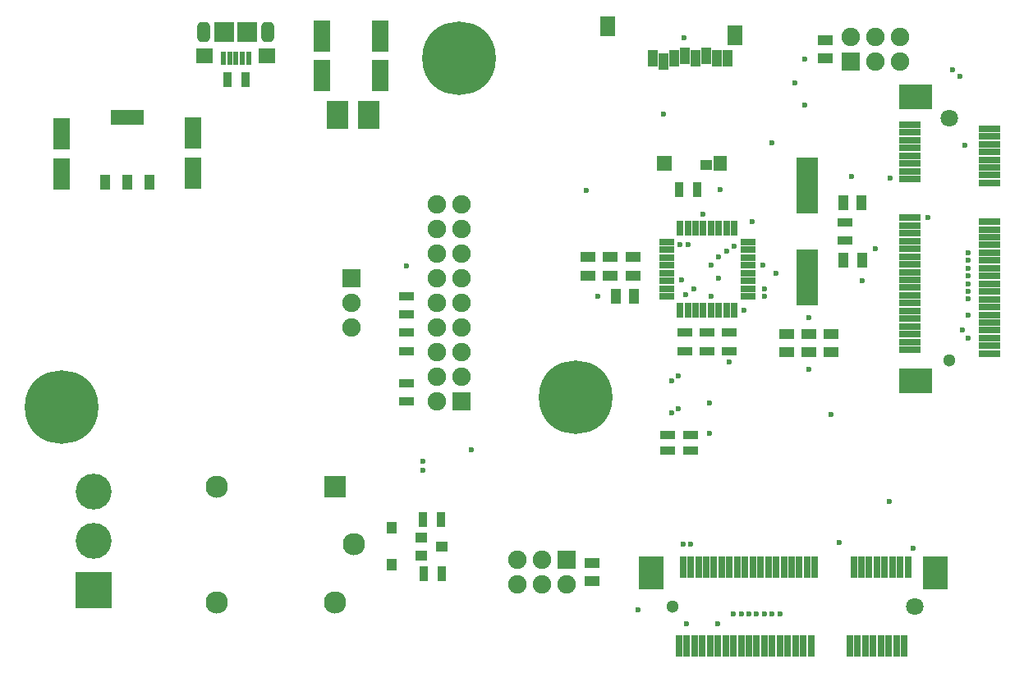
<source format=gts>
G04*
G04 #@! TF.GenerationSoftware,Altium Limited,Altium Designer,22.0.2 (36)*
G04*
G04 Layer_Color=8388736*
%FSLAX44Y44*%
%MOMM*%
G71*
G04*
G04 #@! TF.SameCoordinates,4B74FB3E-7ACF-458F-97AA-83F66C2CEB99*
G04*
G04*
G04 #@! TF.FilePolarity,Negative*
G04*
G01*
G75*
%ADD32R,1.9000X1.9000*%
%ADD41R,1.4600X1.5600*%
%ADD42R,1.1600X1.1100*%
%ADD43R,1.5000X1.6000*%
%ADD44R,1.0000X1.7000*%
%ADD45R,1.6000X2.1000*%
%ADD46R,1.5000X0.9000*%
%ADD47R,1.1300X1.5100*%
%ADD48R,1.8000X3.2000*%
%ADD49R,2.2000X0.8000*%
%ADD50R,1.5000X1.1000*%
%ADD51R,0.8000X2.2000*%
%ADD52R,2.2000X2.9000*%
%ADD53R,1.0000X1.2000*%
%ADD54R,0.5000X1.4500*%
%ADD55R,1.1000X1.5000*%
%ADD56R,1.6200X0.6700*%
%ADD57R,2.1000X2.1000*%
%ADD58R,1.8000X1.6000*%
%ADD59R,0.9000X1.5000*%
%ADD60R,1.2000X1.0500*%
%ADD61R,0.6700X1.6200*%
%ADD62R,3.4000X2.5000*%
%ADD63R,2.5000X3.4000*%
%ADD64R,2.3000X5.8000*%
%ADD65R,3.4400X1.5100*%
%ADD66C,7.6000*%
%ADD67R,1.9000X1.9000*%
%ADD68C,1.9000*%
%ADD69R,2.3000X2.3000*%
G04:AMPARAMS|DCode=70|XSize=2.1mm|YSize=1.3mm|CornerRadius=0.41mm|HoleSize=0mm|Usage=FLASHONLY|Rotation=270.000|XOffset=0mm|YOffset=0mm|HoleType=Round|Shape=RoundedRectangle|*
%AMROUNDEDRECTD70*
21,1,2.1000,0.4800,0,0,270.0*
21,1,1.2800,1.3000,0,0,270.0*
1,1,0.8200,-0.2400,-0.6400*
1,1,0.8200,-0.2400,0.6400*
1,1,0.8200,0.2400,0.6400*
1,1,0.8200,0.2400,-0.6400*
%
%ADD70ROUNDEDRECTD70*%
%ADD71C,1.3000*%
%ADD72C,1.8000*%
%ADD73R,3.7000X3.7000*%
%ADD74C,3.7000*%
%ADD75C,2.3000*%
%ADD76C,0.6000*%
D32*
X884000Y616000D02*
D03*
X591000Y102617D02*
D03*
D41*
X749400Y511400D02*
D03*
D42*
X735000Y509150D02*
D03*
D43*
X691900Y511400D02*
D03*
D44*
X757000Y620000D02*
D03*
X746000D02*
D03*
X735000Y622000D02*
D03*
X724000Y620000D02*
D03*
X713000Y622000D02*
D03*
X702000Y620000D02*
D03*
X691000Y616000D02*
D03*
X680000Y620000D02*
D03*
D45*
X764900Y642900D02*
D03*
X633400Y652900D02*
D03*
D46*
X713000Y317500D02*
D03*
X736000D02*
D03*
X426000Y265500D02*
D03*
X759000Y317500D02*
D03*
X426000Y317500D02*
D03*
Y374500D02*
D03*
Y355500D02*
D03*
X736000Y336500D02*
D03*
X713000D02*
D03*
X719000Y231000D02*
D03*
Y215000D02*
D03*
X695000Y231000D02*
D03*
Y215000D02*
D03*
X426000Y284500D02*
D03*
Y336500D02*
D03*
X759000Y336500D02*
D03*
X878000Y450500D02*
D03*
Y431500D02*
D03*
D47*
X138000Y491550D02*
D03*
X160900D02*
D03*
X115100D02*
D03*
D48*
X70000Y500500D02*
D03*
X399000Y601500D02*
D03*
X206000Y501500D02*
D03*
X339000Y601500D02*
D03*
Y642500D02*
D03*
X399000D02*
D03*
X206000Y542500D02*
D03*
X70000Y541500D02*
D03*
D49*
X1027000Y547000D02*
D03*
X945000Y551000D02*
D03*
Y543000D02*
D03*
Y511000D02*
D03*
Y503000D02*
D03*
Y527000D02*
D03*
Y519000D02*
D03*
Y535000D02*
D03*
Y495000D02*
D03*
Y455000D02*
D03*
X1027000Y363000D02*
D03*
Y315000D02*
D03*
X945000Y319000D02*
D03*
X1027000Y323000D02*
D03*
X945000Y327000D02*
D03*
X1027000Y331000D02*
D03*
X945000Y335000D02*
D03*
X1027000Y339000D02*
D03*
X945000Y343000D02*
D03*
X1027000Y347000D02*
D03*
X945000Y351000D02*
D03*
X1027000Y355000D02*
D03*
X945000Y359000D02*
D03*
Y367000D02*
D03*
X1027000Y371000D02*
D03*
X945000Y375000D02*
D03*
X1027000Y379000D02*
D03*
X945000Y383000D02*
D03*
X1027000Y387000D02*
D03*
X945000Y391000D02*
D03*
X1027000Y395000D02*
D03*
X945000Y399000D02*
D03*
X1027000Y403000D02*
D03*
X945000Y407000D02*
D03*
X1027000Y411000D02*
D03*
X945000Y415000D02*
D03*
X1027000Y419000D02*
D03*
X945000Y423000D02*
D03*
X1027000Y427000D02*
D03*
X945000Y431000D02*
D03*
X1027000Y435000D02*
D03*
X945000Y439000D02*
D03*
X1027000Y443000D02*
D03*
X945000Y447000D02*
D03*
X1027000Y451000D02*
D03*
Y491000D02*
D03*
Y499000D02*
D03*
Y507000D02*
D03*
Y515000D02*
D03*
Y523000D02*
D03*
Y531000D02*
D03*
Y539000D02*
D03*
D50*
X858000Y638500D02*
D03*
X864000Y316500D02*
D03*
X613000Y414500D02*
D03*
X858000Y619500D02*
D03*
X841000Y316500D02*
D03*
X818000Y316500D02*
D03*
X660000Y395500D02*
D03*
X636000D02*
D03*
X617000Y80000D02*
D03*
Y99000D02*
D03*
X864000Y335500D02*
D03*
X841000D02*
D03*
X818000Y335500D02*
D03*
X613000Y395500D02*
D03*
X636000Y414500D02*
D03*
X660000D02*
D03*
D51*
X939000Y13000D02*
D03*
X755000D02*
D03*
X943000Y95000D02*
D03*
X935000D02*
D03*
X931000Y13000D02*
D03*
X927000Y95000D02*
D03*
X923000Y13000D02*
D03*
X919000Y95000D02*
D03*
X915000Y13000D02*
D03*
X911000Y95000D02*
D03*
X907000Y13000D02*
D03*
X903000Y95000D02*
D03*
X899000Y13000D02*
D03*
X895000Y95000D02*
D03*
X891000Y13000D02*
D03*
X887000Y95000D02*
D03*
X883000Y13000D02*
D03*
X847000Y95000D02*
D03*
X843000Y13000D02*
D03*
X839000Y95000D02*
D03*
X835000Y13000D02*
D03*
X831000Y95000D02*
D03*
X827000Y13000D02*
D03*
X823000Y95000D02*
D03*
X819000Y13000D02*
D03*
X815000Y95000D02*
D03*
X811000Y13000D02*
D03*
X807000Y95000D02*
D03*
X803000Y13000D02*
D03*
X799000Y95000D02*
D03*
X795000Y13000D02*
D03*
X791000Y95000D02*
D03*
X787000Y13000D02*
D03*
X783000Y95000D02*
D03*
X779000Y13000D02*
D03*
X775000Y95000D02*
D03*
X771000Y13000D02*
D03*
X767000Y95000D02*
D03*
X763000Y13000D02*
D03*
X759000Y95000D02*
D03*
X751000D02*
D03*
X747000Y13000D02*
D03*
X743000Y95000D02*
D03*
X739000Y13000D02*
D03*
X735000Y95000D02*
D03*
X731000Y13000D02*
D03*
X727000Y95000D02*
D03*
X723000Y13000D02*
D03*
X719000Y95000D02*
D03*
X715000Y13000D02*
D03*
X711000Y95000D02*
D03*
X707000Y13000D02*
D03*
D52*
X387000Y561000D02*
D03*
X355000D02*
D03*
D53*
X411000Y135000D02*
D03*
Y97000D02*
D03*
D54*
X263000Y620000D02*
D03*
X237000D02*
D03*
X243500D02*
D03*
X250000D02*
D03*
X256500D02*
D03*
D55*
X895000Y471000D02*
D03*
X895500Y411000D02*
D03*
X641500Y374000D02*
D03*
X660500D02*
D03*
X876000Y471000D02*
D03*
X876500Y411000D02*
D03*
D56*
X778000Y406000D02*
D03*
X694000Y398000D02*
D03*
X778000Y374000D02*
D03*
Y382000D02*
D03*
Y390000D02*
D03*
Y398000D02*
D03*
Y414000D02*
D03*
Y422000D02*
D03*
Y430000D02*
D03*
X694000D02*
D03*
Y422000D02*
D03*
Y414000D02*
D03*
Y406000D02*
D03*
Y390000D02*
D03*
Y382000D02*
D03*
Y374000D02*
D03*
D57*
X238000Y646750D02*
D03*
X262000D02*
D03*
D58*
X282000Y622250D02*
D03*
X218000D02*
D03*
D59*
X260000Y598000D02*
D03*
X442500Y144000D02*
D03*
X443500Y88000D02*
D03*
X462500D02*
D03*
X461500Y144000D02*
D03*
X726000Y484000D02*
D03*
X707000D02*
D03*
X241000Y598000D02*
D03*
D60*
X441500Y125500D02*
D03*
Y106500D02*
D03*
X462500Y116000D02*
D03*
D61*
X764000Y444000D02*
D03*
X756000D02*
D03*
X748000D02*
D03*
X740000D02*
D03*
X732000D02*
D03*
X724000D02*
D03*
X716000D02*
D03*
X708000D02*
D03*
Y360000D02*
D03*
X716000D02*
D03*
X724000D02*
D03*
X732000D02*
D03*
X740000D02*
D03*
X748000D02*
D03*
X756000D02*
D03*
X764000D02*
D03*
D62*
X951000Y286500D02*
D03*
Y579500D02*
D03*
D63*
X971500Y89000D02*
D03*
X678500D02*
D03*
D64*
X839000Y488500D02*
D03*
Y393500D02*
D03*
D65*
X138000Y558450D02*
D03*
D66*
X600000Y270000D02*
D03*
X480000Y620000D02*
D03*
X70000Y260000D02*
D03*
D67*
X483000Y265400D02*
D03*
X369000Y392400D02*
D03*
D68*
X884000Y641400D02*
D03*
X591000Y77217D02*
D03*
X934800Y641400D02*
D03*
X457600Y468600D02*
D03*
Y265400D02*
D03*
X540200Y77217D02*
D03*
X369000Y341600D02*
D03*
X457600Y443200D02*
D03*
Y417800D02*
D03*
Y392400D02*
D03*
Y367000D02*
D03*
Y341600D02*
D03*
Y316200D02*
D03*
X483000Y468600D02*
D03*
Y443200D02*
D03*
Y417800D02*
D03*
Y392400D02*
D03*
Y367000D02*
D03*
Y341600D02*
D03*
Y316200D02*
D03*
Y290800D02*
D03*
X457600D02*
D03*
X909400Y616000D02*
D03*
X934800D02*
D03*
X909400Y641400D02*
D03*
X369000Y367000D02*
D03*
X565600Y102617D02*
D03*
X540200D02*
D03*
X565600Y77217D02*
D03*
D69*
X352000Y178000D02*
D03*
D70*
X283000Y646750D02*
D03*
X217000D02*
D03*
D71*
X986000Y308000D02*
D03*
X700000Y54000D02*
D03*
D72*
X986000Y558000D02*
D03*
X950000Y54000D02*
D03*
D73*
X103000Y71000D02*
D03*
D74*
Y121800D02*
D03*
Y172600D02*
D03*
D75*
X352000Y58000D02*
D03*
X230000Y178000D02*
D03*
Y58000D02*
D03*
X372000Y118000D02*
D03*
D76*
X712429Y640571D02*
D03*
X997000Y601000D02*
D03*
X1002000Y530000D02*
D03*
X989000Y608000D02*
D03*
X872000Y120000D02*
D03*
X864000Y252000D02*
D03*
X759000Y306000D02*
D03*
X611000Y483000D02*
D03*
X665000Y51000D02*
D03*
X837000Y619000D02*
D03*
X826000Y594000D02*
D03*
X837000Y571000D02*
D03*
X925000Y496000D02*
D03*
X964000Y455000D02*
D03*
X895500Y390500D02*
D03*
X885000Y498000D02*
D03*
X793000Y406000D02*
D03*
X710000Y391000D02*
D03*
X841000Y299000D02*
D03*
X623000Y374000D02*
D03*
X493000Y216000D02*
D03*
X443000Y195000D02*
D03*
Y204000D02*
D03*
X691000Y562000D02*
D03*
X909000Y423000D02*
D03*
X722000Y382000D02*
D03*
X714000Y376000D02*
D03*
X807000Y398000D02*
D03*
X841000Y352000D02*
D03*
X749000Y484000D02*
D03*
X803000Y532000D02*
D03*
X782000Y451000D02*
D03*
X748000Y393000D02*
D03*
X711000Y118000D02*
D03*
X719000Y118000D02*
D03*
X699000Y254000D02*
D03*
X706000Y258000D02*
D03*
X699000Y287000D02*
D03*
X706000Y292000D02*
D03*
X716000Y427000D02*
D03*
X740000Y374000D02*
D03*
X426000Y405000D02*
D03*
X732000Y459000D02*
D03*
X748000Y415000D02*
D03*
X740000Y406000D02*
D03*
X756000Y421000D02*
D03*
X764000Y426000D02*
D03*
X999000Y339000D02*
D03*
X708000Y427000D02*
D03*
X774000Y360000D02*
D03*
X795000Y374000D02*
D03*
Y382000D02*
D03*
X738000Y233000D02*
D03*
Y264000D02*
D03*
X924000Y162000D02*
D03*
X948000Y114000D02*
D03*
X1005179Y331000D02*
D03*
X1005226Y355000D02*
D03*
X714841Y36000D02*
D03*
X746557D02*
D03*
X810886Y46000D02*
D03*
X803038D02*
D03*
X794913D02*
D03*
X786926D02*
D03*
X778894D02*
D03*
X771000D02*
D03*
X763000D02*
D03*
X1005000Y371338D02*
D03*
Y379100D02*
D03*
Y387186D02*
D03*
Y395164D02*
D03*
Y402711D02*
D03*
Y411120D02*
D03*
Y418775D02*
D03*
M02*

</source>
